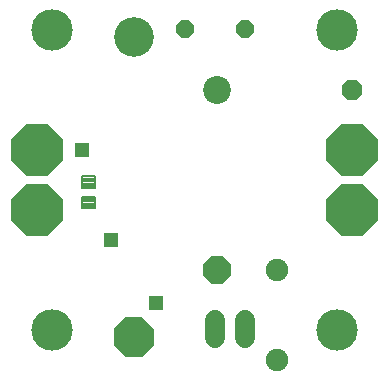
<source format=gbs>
G75*
G70*
%OFA0B0*%
%FSLAX24Y24*%
%IPPOS*%
%LPD*%
%AMOC8*
5,1,8,0,0,1.08239X$1,22.5*
%
%ADD10C,0.0749*%
%ADD11C,0.0930*%
%ADD12OC8,0.0930*%
%ADD13OC8,0.0600*%
%ADD14C,0.1320*%
%ADD15OC8,0.1320*%
%ADD16C,0.0680*%
%ADD17C,0.0081*%
%ADD18OC8,0.1720*%
%ADD19OC8,0.0680*%
%ADD20C,0.1380*%
%ADD21R,0.0480X0.0480*%
D10*
X009191Y001155D03*
X009191Y004155D03*
D11*
X007191Y010155D03*
D12*
X007191Y004155D03*
D13*
X008117Y012175D03*
X006117Y012175D03*
D14*
X004416Y011912D03*
D15*
X004416Y001912D03*
D16*
X007129Y001874D02*
X007129Y002474D01*
X008129Y002474D02*
X008129Y001874D01*
D17*
X003120Y006198D02*
X003120Y006592D01*
X003120Y006198D02*
X002688Y006198D01*
X002688Y006592D01*
X003120Y006592D01*
X003120Y006278D02*
X002688Y006278D01*
X002688Y006358D02*
X003120Y006358D01*
X003120Y006438D02*
X002688Y006438D01*
X002688Y006518D02*
X003120Y006518D01*
X003120Y006868D02*
X003120Y007262D01*
X003120Y006868D02*
X002688Y006868D01*
X002688Y007262D01*
X003120Y007262D01*
X003120Y006948D02*
X002688Y006948D01*
X002688Y007028D02*
X003120Y007028D01*
X003120Y007108D02*
X002688Y007108D01*
X002688Y007188D02*
X003120Y007188D01*
D18*
X001191Y008155D03*
X001191Y006155D03*
X011691Y006155D03*
X011691Y008155D03*
D19*
X011691Y010155D03*
D20*
X001691Y002155D03*
X001691Y012155D03*
X011191Y012155D03*
X011191Y002155D03*
D21*
X005141Y003055D03*
X003641Y005155D03*
X002691Y008155D03*
M02*

</source>
